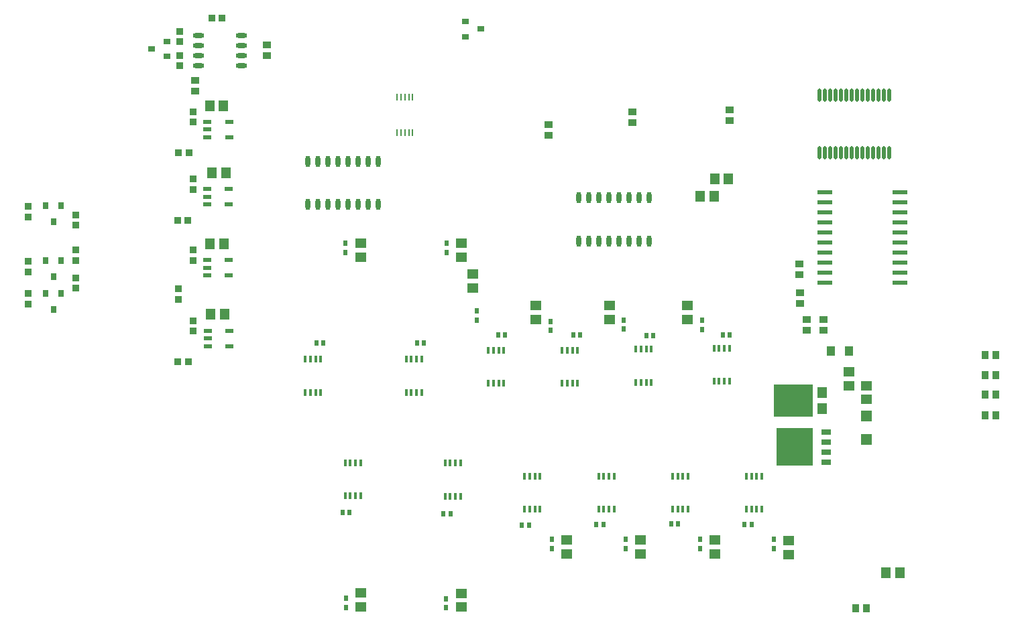
<source format=gbr>
%TF.GenerationSoftware,Altium Limited,Altium Designer,19.1.8 (144)*%
G04 Layer_Color=128*
%FSLAX26Y26*%
%MOIN*%
%TF.FileFunction,Paste,Bot*%
%TF.Part,Single*%
G01*
G75*
%TA.AperFunction,SMDPad,CuDef*%
%ADD10R,0.039370X0.035433*%
%ADD11R,0.037402X0.033465*%
%ADD15R,0.045276X0.053150*%
%ADD20R,0.043307X0.051181*%
%ADD21R,0.035433X0.039370*%
%ADD26R,0.033465X0.037402*%
%ADD28R,0.074803X0.023622*%
%ADD29R,0.053150X0.045276*%
%ADD30O,0.023622X0.057087*%
%ADD33O,0.057087X0.023622*%
%ADD53R,0.035433X0.031496*%
%ADD54O,0.019685X0.064961*%
%ADD55R,0.181102X0.185039*%
%ADD56R,0.045276X0.027559*%
%ADD57R,0.051181X0.057087*%
%ADD58R,0.192913X0.163386*%
%ADD59R,0.057087X0.053150*%
%ADD60R,0.031496X0.035433*%
%ADD61R,0.016535X0.035000*%
%ADD62R,0.023622X0.025197*%
%ADD63R,0.039370X0.023622*%
%ADD64O,0.009842X0.033465*%
%ADD65R,0.023622X0.029528*%
D10*
X3562400Y3560125D02*
D03*
Y3613275D02*
D03*
X3911000Y2703275D02*
D03*
Y2650125D02*
D03*
X4030600Y2516725D02*
D03*
Y2569875D02*
D03*
X3945000Y2515625D02*
D03*
Y2568775D02*
D03*
X3909700Y2845775D02*
D03*
Y2792625D02*
D03*
X3079400Y3602775D02*
D03*
Y3549625D02*
D03*
X905500Y3759242D02*
D03*
Y3706093D02*
D03*
X2664189Y3485825D02*
D03*
Y3538975D02*
D03*
X1264000Y3936575D02*
D03*
Y3883425D02*
D03*
D11*
X75832Y2648409D02*
D03*
Y2699590D02*
D03*
X314000Y2864409D02*
D03*
Y2915590D02*
D03*
X313000Y2726409D02*
D03*
Y2777590D02*
D03*
X830500Y3885091D02*
D03*
Y3833910D02*
D03*
X894951Y2915590D02*
D03*
Y2864409D02*
D03*
X822000Y2722590D02*
D03*
Y2671409D02*
D03*
X830000Y3952410D02*
D03*
Y4003591D02*
D03*
X312000Y3039410D02*
D03*
Y3090591D02*
D03*
X76000Y2808410D02*
D03*
Y2859591D02*
D03*
X77200Y3080910D02*
D03*
Y3132091D02*
D03*
X895683Y3268787D02*
D03*
Y3217606D02*
D03*
X896817Y2563787D02*
D03*
Y2512606D02*
D03*
Y3603189D02*
D03*
Y3552008D02*
D03*
D15*
X3485449Y3183000D02*
D03*
X3416551D02*
D03*
X3488551Y3271000D02*
D03*
X3557449D02*
D03*
X4339551Y1311000D02*
D03*
X4408449D02*
D03*
X980551Y2948648D02*
D03*
X1049449D02*
D03*
X982417Y2596845D02*
D03*
X1051315D02*
D03*
X989951Y3300200D02*
D03*
X1058849D02*
D03*
X978351Y3634400D02*
D03*
X1047249D02*
D03*
D20*
X4156460Y2414694D02*
D03*
X4065909D02*
D03*
D21*
X4886875Y2395200D02*
D03*
X4833725D02*
D03*
X4886875Y2294500D02*
D03*
X4833725D02*
D03*
X4886875Y2195800D02*
D03*
X4833725D02*
D03*
X4886875Y2094400D02*
D03*
X4833725D02*
D03*
X4242575Y1134356D02*
D03*
X4189425D02*
D03*
D26*
X988409Y4068829D02*
D03*
X1039591D02*
D03*
X819276Y3064000D02*
D03*
X870457D02*
D03*
X820409Y2359000D02*
D03*
X871591D02*
D03*
X824110Y3400100D02*
D03*
X875291D02*
D03*
D28*
X4034592Y2754300D02*
D03*
Y2804300D02*
D03*
Y2854300D02*
D03*
Y2904300D02*
D03*
Y2954300D02*
D03*
Y3004300D02*
D03*
Y3054300D02*
D03*
Y3104300D02*
D03*
Y3154300D02*
D03*
Y3204300D02*
D03*
X4408608Y2754300D02*
D03*
Y2804300D02*
D03*
Y2854300D02*
D03*
Y2904300D02*
D03*
Y2954300D02*
D03*
Y3004300D02*
D03*
Y3054300D02*
D03*
Y3104300D02*
D03*
Y3154300D02*
D03*
Y3204300D02*
D03*
D29*
X2598291Y2639449D02*
D03*
Y2570551D02*
D03*
X2287000Y2797449D02*
D03*
Y2728551D02*
D03*
X4242966Y2172281D02*
D03*
Y2241179D02*
D03*
X4156184Y2241281D02*
D03*
Y2310179D02*
D03*
X2753200Y1473449D02*
D03*
Y1404551D02*
D03*
X2965713Y2570445D02*
D03*
Y2639343D02*
D03*
X3855500Y1469049D02*
D03*
Y1400151D02*
D03*
X2230502Y2949449D02*
D03*
Y2880551D02*
D03*
X1729065Y2949449D02*
D03*
Y2880551D02*
D03*
X2227935Y1139551D02*
D03*
Y1208449D02*
D03*
X1730458Y1140851D02*
D03*
Y1209748D02*
D03*
X3352677Y2571657D02*
D03*
Y2640555D02*
D03*
X3488042Y1473449D02*
D03*
Y1404551D02*
D03*
X3120621Y1473449D02*
D03*
Y1404551D02*
D03*
D30*
X3161000Y2961716D02*
D03*
X3111000D02*
D03*
X3061000D02*
D03*
X3011000D02*
D03*
X2961000D02*
D03*
X2911000D02*
D03*
X2861000D02*
D03*
X2811000D02*
D03*
X3161000Y3176283D02*
D03*
X3111000D02*
D03*
X3061000D02*
D03*
X3011000D02*
D03*
X2961000D02*
D03*
X2911000D02*
D03*
X2861000D02*
D03*
X2811000D02*
D03*
X1815000Y3142069D02*
D03*
X1765000D02*
D03*
X1715000D02*
D03*
X1665000D02*
D03*
X1615000D02*
D03*
X1565000D02*
D03*
X1515000D02*
D03*
X1465000D02*
D03*
X1815000Y3356636D02*
D03*
X1765000D02*
D03*
X1715000D02*
D03*
X1665000D02*
D03*
X1615000D02*
D03*
X1565000D02*
D03*
X1515000D02*
D03*
X1465000D02*
D03*
D33*
X1136284Y3985000D02*
D03*
Y3935000D02*
D03*
Y3885000D02*
D03*
Y3835000D02*
D03*
X921717Y3985000D02*
D03*
Y3935000D02*
D03*
Y3885000D02*
D03*
Y3835000D02*
D03*
D53*
X687630Y3917000D02*
D03*
X766370Y3879599D02*
D03*
Y3954402D02*
D03*
X2326370Y4016000D02*
D03*
X2247630Y4053401D02*
D03*
Y3978598D02*
D03*
D54*
X4010433Y3686717D02*
D03*
X4037047D02*
D03*
X4063661D02*
D03*
X4090276D02*
D03*
X4116890D02*
D03*
X4143504D02*
D03*
X4170118D02*
D03*
X4196732D02*
D03*
X4223346D02*
D03*
X4249961D02*
D03*
X4276575D02*
D03*
X4303189D02*
D03*
X4329803D02*
D03*
X4356417D02*
D03*
X4010433Y3401284D02*
D03*
X4037047D02*
D03*
X4063661D02*
D03*
X4090276D02*
D03*
X4116890D02*
D03*
X4143504D02*
D03*
X4170118D02*
D03*
X4196732D02*
D03*
X4223346D02*
D03*
X4249961D02*
D03*
X4276575D02*
D03*
X4303189D02*
D03*
X4329803D02*
D03*
X4356417D02*
D03*
D55*
X3886104Y1935730D02*
D03*
D56*
X4043584Y1860730D02*
D03*
Y1910730D02*
D03*
Y1960730D02*
D03*
Y2010730D02*
D03*
D57*
X4024000Y2207000D02*
D03*
Y2127000D02*
D03*
D58*
X3878055Y2167000D02*
D03*
D59*
X4243184Y1975264D02*
D03*
Y2091405D02*
D03*
D60*
X201168Y2785000D02*
D03*
X238569Y2863740D02*
D03*
X163766D02*
D03*
X201000Y2621447D02*
D03*
X238401Y2700187D02*
D03*
X163598D02*
D03*
X163766Y3135780D02*
D03*
X238569D02*
D03*
X201168Y3057039D02*
D03*
D61*
X2620877Y1626106D02*
D03*
X2595286D02*
D03*
X2569696D02*
D03*
X2544105D02*
D03*
X2620877Y1791894D02*
D03*
X2595286D02*
D03*
X2569696D02*
D03*
X2544105D02*
D03*
X2988298Y1626106D02*
D03*
X2962707D02*
D03*
X2937117D02*
D03*
X2911526D02*
D03*
X2988298Y1791894D02*
D03*
X2962707D02*
D03*
X2937117D02*
D03*
X2911526D02*
D03*
X3355719Y1626106D02*
D03*
X3330129D02*
D03*
X3304538D02*
D03*
X3278948D02*
D03*
X3355719Y1791894D02*
D03*
X3330129D02*
D03*
X3304538D02*
D03*
X3278948D02*
D03*
X3723141Y1626106D02*
D03*
X3697550D02*
D03*
X3671960D02*
D03*
X3646369D02*
D03*
X3723141Y1791894D02*
D03*
X3697550D02*
D03*
X3671960D02*
D03*
X3646369D02*
D03*
X1530591Y2207106D02*
D03*
X1505000D02*
D03*
X1479409D02*
D03*
X1453819D02*
D03*
X1530591Y2372894D02*
D03*
X1505000D02*
D03*
X1479409D02*
D03*
X1453819D02*
D03*
X3484928Y2428587D02*
D03*
X3510519D02*
D03*
X3536109D02*
D03*
X3561700D02*
D03*
X3484928Y2262800D02*
D03*
X3510519D02*
D03*
X3536109D02*
D03*
X3561700D02*
D03*
X3097264Y2422694D02*
D03*
X3122854D02*
D03*
X3148445D02*
D03*
X3174035D02*
D03*
X3097264Y2256906D02*
D03*
X3122854D02*
D03*
X3148445D02*
D03*
X3174035D02*
D03*
X2730614Y2417894D02*
D03*
X2756205D02*
D03*
X2781795D02*
D03*
X2807386D02*
D03*
X2730614Y2252106D02*
D03*
X2756205D02*
D03*
X2781795D02*
D03*
X2807386D02*
D03*
X2363193Y2418364D02*
D03*
X2388784D02*
D03*
X2414374D02*
D03*
X2439965D02*
D03*
X2363193Y2252577D02*
D03*
X2388784D02*
D03*
X2414374D02*
D03*
X2439965D02*
D03*
X2032028Y2207106D02*
D03*
X2006437D02*
D03*
X1980847D02*
D03*
X1955256D02*
D03*
X2032028Y2372894D02*
D03*
X2006437D02*
D03*
X1980847D02*
D03*
X1955256D02*
D03*
X1727909Y1692406D02*
D03*
X1702319D02*
D03*
X1676728D02*
D03*
X1651138D02*
D03*
X1727909Y1858193D02*
D03*
X1702319D02*
D03*
X1676728D02*
D03*
X1651138D02*
D03*
X2225386Y1691106D02*
D03*
X2199795D02*
D03*
X2174205D02*
D03*
X2148614D02*
D03*
X2225386Y1856894D02*
D03*
X2199795D02*
D03*
X2174205D02*
D03*
X2148614D02*
D03*
D62*
X1673723Y1611300D02*
D03*
X1639077D02*
D03*
X2174323Y1604000D02*
D03*
X2139677D02*
D03*
X2529677Y1546000D02*
D03*
X2564323D02*
D03*
X2900677Y1550000D02*
D03*
X2935323D02*
D03*
X3271922Y1552137D02*
D03*
X3306567D02*
D03*
X3637314Y1551989D02*
D03*
X3671960D02*
D03*
X1507677Y2455000D02*
D03*
X1542323D02*
D03*
X2447323Y2493118D02*
D03*
X2412677D02*
D03*
X3563323Y2493754D02*
D03*
X3528677D02*
D03*
X3183223Y2491900D02*
D03*
X3148577D02*
D03*
X2819323Y2492648D02*
D03*
X2784677D02*
D03*
X2009114Y2455000D02*
D03*
X2043760D02*
D03*
D63*
X965000Y2791000D02*
D03*
Y2828402D02*
D03*
Y2865803D02*
D03*
X1073268D02*
D03*
Y2791000D02*
D03*
X968066Y2438198D02*
D03*
Y2475600D02*
D03*
Y2513001D02*
D03*
X1076334D02*
D03*
Y2438198D02*
D03*
X965732Y3144197D02*
D03*
Y3181599D02*
D03*
Y3219000D02*
D03*
X1074000D02*
D03*
Y3144197D02*
D03*
X966866Y3478598D02*
D03*
Y3516000D02*
D03*
Y3553401D02*
D03*
X1075134D02*
D03*
Y3478598D02*
D03*
D64*
X1987370Y3501401D02*
D03*
X1967685D02*
D03*
X1948000D02*
D03*
X1928315D02*
D03*
X1908630D02*
D03*
X1987370Y3676598D02*
D03*
X1967685D02*
D03*
X1948000D02*
D03*
X1928315D02*
D03*
X1908630D02*
D03*
D65*
X2679814Y1431362D02*
D03*
Y1476638D02*
D03*
X2671000Y2516385D02*
D03*
Y2561661D02*
D03*
X3037500Y2522362D02*
D03*
Y2567638D02*
D03*
X3782078Y1431362D02*
D03*
Y1476638D02*
D03*
X2155148Y2905000D02*
D03*
Y2950276D02*
D03*
X1653711Y2905000D02*
D03*
Y2950276D02*
D03*
X2152000Y1181638D02*
D03*
Y1136362D02*
D03*
X1654523Y1182937D02*
D03*
Y1137661D02*
D03*
X3424695Y2521067D02*
D03*
Y2566343D02*
D03*
X2304256Y2567832D02*
D03*
Y2613108D02*
D03*
X3414657Y1431362D02*
D03*
Y1476638D02*
D03*
X3047235Y1431362D02*
D03*
Y1476638D02*
D03*
%TF.MD5,3180d4d920fc7c3e9d3f6cd756e24abe*%
M02*

</source>
